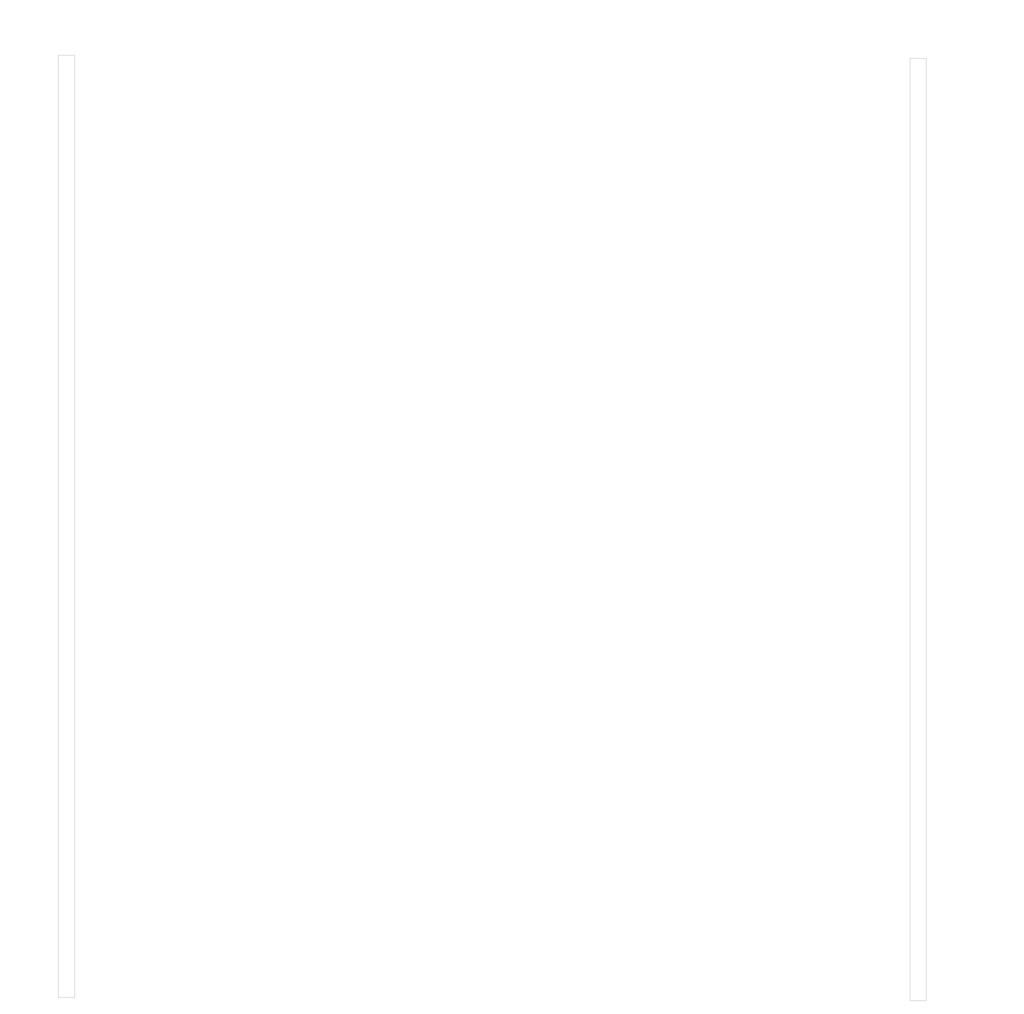
<source format=kicad_pcb>
(kicad_pcb (version 20171130) (host pcbnew "(5.1.5)-3")

  (general
    (thickness 1.6)
    (drawings 14)
    (tracks 0)
    (zones 0)
    (modules 0)
    (nets 1)
  )

  (page E)
  (title_block
    (title microRusEfi)
    (date 2020-05-01)
    (rev R0.5.1)
  )

  (layers
    (0 F.Cu signal)
    (31 B.Cu signal)
    (32 B.Adhes user)
    (33 F.Adhes user)
    (34 B.Paste user)
    (35 F.Paste user)
    (36 B.SilkS user)
    (37 F.SilkS user)
    (38 B.Mask user)
    (39 F.Mask user)
    (40 Dwgs.User user)
    (41 Cmts.User user)
    (42 Eco1.User user)
    (43 Eco2.User user)
    (44 Edge.Cuts user)
    (45 Margin user)
    (46 B.CrtYd user)
    (47 F.CrtYd user)
    (48 B.Fab user)
    (49 F.Fab user)
  )

  (setup
    (last_trace_width 0.2032)
    (user_trace_width 0.2032)
    (user_trace_width 0.2159)
    (user_trace_width 0.2159)
    (user_trace_width 0.3048)
    (user_trace_width 0.4064)
    (user_trace_width 0.55)
    (user_trace_width 0.6)
    (user_trace_width 1.0668)
    (user_trace_width 1.651)
    (user_trace_width 1.6764)
    (user_trace_width 2.7178)
    (trace_clearance 0.1524)
    (zone_clearance 0.2286)
    (zone_45_only no)
    (trace_min 0.2032)
    (via_size 0.6)
    (via_drill 0.3)
    (via_min_size 0.2)
    (via_min_drill 0.3)
    (user_via 0.6 0.3)
    (user_via 0.78994 0.43434)
    (user_via 1 0.5)
    (user_via 1.54178 1.18618)
    (uvia_size 0.508)
    (uvia_drill 0.127)
    (uvias_allowed no)
    (uvia_min_size 0.508)
    (uvia_min_drill 0.127)
    (edge_width 0.2)
    (segment_width 0.2)
    (pcb_text_width 0.3)
    (pcb_text_size 1.5 1.5)
    (mod_edge_width 0.25)
    (mod_text_size 0.75 0.75)
    (mod_text_width 0.13)
    (pad_size 2 3.8)
    (pad_drill 0)
    (pad_to_mask_clearance 0.000076)
    (aux_axis_origin 0 0)
    (visible_elements 7FFDB07F)
    (pcbplotparams
      (layerselection 0x010fc_ffffffff)
      (usegerberextensions false)
      (usegerberattributes true)
      (usegerberadvancedattributes false)
      (creategerberjobfile false)
      (excludeedgelayer false)
      (linewidth 0.100000)
      (plotframeref false)
      (viasonmask false)
      (mode 1)
      (useauxorigin true)
      (hpglpennumber 1)
      (hpglpenspeed 20)
      (hpglpendiameter 15.000000)
      (psnegative false)
      (psa4output false)
      (plotreference true)
      (plotvalue true)
      (plotinvisibletext false)
      (padsonsilk false)
      (subtractmaskfromsilk false)
      (outputformat 1)
      (mirror false)
      (drillshape 0)
      (scaleselection 1)
      (outputdirectory "gerbers/0.5.0/"))
  )

  (net 0 "")

  (net_class Default "This is the default net class."
    (clearance 0.1524)
    (trace_width 0.2032)
    (via_dia 0.6)
    (via_drill 0.3)
    (uvia_dia 0.508)
    (uvia_drill 0.127)
    (diff_pair_width 0.2032)
    (diff_pair_gap 0.25)
  )

  (net_class "1A EXTERNAL" ""
    (clearance 0.1905)
    (trace_width 0.3048)
    (via_dia 0.6858)
    (via_drill 0.3302)
    (uvia_dia 0.508)
    (uvia_drill 0.127)
    (diff_pair_width 0.2032)
    (diff_pair_gap 0.25)
  )

  (net_class "2.5A EXTERNAL" ""
    (clearance 0.1905)
    (trace_width 1.0668)
    (via_dia 0.6858)
    (via_drill 0.3302)
    (uvia_dia 0.508)
    (uvia_drill 0.127)
    (diff_pair_width 0.2032)
    (diff_pair_gap 0.25)
  )

  (net_class "3,5A EXT HIGH VOLTAGE" ""
    (clearance 1.016)
    (trace_width 1.6764)
    (via_dia 0.6858)
    (via_drill 0.3302)
    (uvia_dia 0.508)
    (uvia_drill 0.127)
    (diff_pair_width 0.2032)
    (diff_pair_gap 0.25)
  )

  (net_class "3.5A EXTERNAL" ""
    (clearance 0.1905)
    (trace_width 1.651)
    (via_dia 1.0922)
    (via_drill 0.6858)
    (uvia_dia 0.508)
    (uvia_drill 0.127)
    (diff_pair_width 0.2032)
    (diff_pair_gap 0.25)
  )

  (net_class "5A EXTERNAL" ""
    (clearance 0.2159)
    (trace_width 1.0668)
    (via_dia 1.54178)
    (via_drill 1.18618)
    (uvia_dia 0.508)
    (uvia_drill 0.127)
    (diff_pair_width 0.2032)
    (diff_pair_gap 0.25)
  )

  (net_class CUSTOM ""
    (clearance 0.1524)
    (trace_width 0.25)
    (via_dia 0.6)
    (via_drill 0.3)
    (uvia_dia 0.508)
    (uvia_drill 0.127)
    (diff_pair_width 0.2032)
    (diff_pair_gap 0.25)
  )

  (net_class "CUSTOM 0.6" ""
    (clearance 0.1524)
    (trace_width 0.6)
    (via_dia 1)
    (via_drill 0.4)
    (uvia_dia 0.508)
    (uvia_drill 0.127)
    (diff_pair_width 0.2032)
    (diff_pair_gap 0.25)
  )

  (net_class MIN_EXTERN_188A ""
    (clearance 0.1524)
    (trace_width 0.2032)
    (via_dia 0.6858)
    (via_drill 0.3302)
    (uvia_dia 0.508)
    (uvia_drill 0.127)
    (diff_pair_width 0.2032)
    (diff_pair_gap 0.25)
  )

  (net_class MIN_EXTERN_241A ""
    (clearance 0.1524)
    (trace_width 0.2159)
    (via_dia 0.6)
    (via_drill 0.3)
    (uvia_dia 0.508)
    (uvia_drill 0.127)
    (diff_pair_width 0.2032)
    (diff_pair_gap 0.25)
  )

  (gr_line (start 295 41) (end 295 331) (layer Edge.Cuts) (width 0.2) (tstamp 5EE04BDA))
  (gr_line (start 300 331) (end 300 41) (layer Edge.Cuts) (width 0.2) (tstamp 5EE04BD9))
  (gr_line (start 295 331) (end 300 331) (layer Edge.Cuts) (width 0.2) (tstamp 5EE04BD8))
  (gr_line (start 300 41) (end 295 41) (layer Edge.Cuts) (width 0.2) (tstamp 5EE04BD7))
  (gr_line (start 38 330) (end 38 40) (layer Edge.Cuts) (width 0.2) (tstamp 5EE04BCE))
  (gr_line (start 33 330) (end 38 330) (layer Edge.Cuts) (width 0.2))
  (gr_line (start 33 40) (end 33 330) (layer Edge.Cuts) (width 0.2))
  (gr_line (start 38 40) (end 33 40) (layer Edge.Cuts) (width 0.2))
  (dimension 100 (width 0.1) (layer Dwgs.User) (tstamp 5EE04BCA)
    (gr_text "100.000 mm" (at 80 23.75) (layer Dwgs.User) (tstamp 5EE04BCA)
      (effects (font (size 1 1) (thickness 0.15)))
    )
    (feature1 (pts (xy 130 35) (xy 130 24.413579)))
    (feature2 (pts (xy 30 35) (xy 30 24.413579)))
    (crossbar (pts (xy 30 25) (xy 130 25)))
    (arrow1a (pts (xy 130 25) (xy 128.873496 25.586421)))
    (arrow1b (pts (xy 130 25) (xy 128.873496 24.413579)))
    (arrow2a (pts (xy 30 25) (xy 31.126504 25.586421)))
    (arrow2b (pts (xy 30 25) (xy 31.126504 24.413579)))
  )
  (dimension 100 (width 0.1) (layer Dwgs.User) (tstamp 5EE04BC3)
    (gr_text "100.000 mm" (at 180 23.75) (layer Dwgs.User) (tstamp 5EE04BC3)
      (effects (font (size 1 1) (thickness 0.15)))
    )
    (feature1 (pts (xy 230 35) (xy 230 24.413579)))
    (feature2 (pts (xy 130 35) (xy 130 24.413579)))
    (crossbar (pts (xy 130 25) (xy 230 25)))
    (arrow1a (pts (xy 230 25) (xy 228.873496 25.586421)))
    (arrow1b (pts (xy 230 25) (xy 228.873496 24.413579)))
    (arrow2a (pts (xy 130 25) (xy 131.126504 25.586421)))
    (arrow2b (pts (xy 130 25) (xy 131.126504 24.413579)))
  )
  (dimension 100 (width 0.1) (layer Dwgs.User)
    (gr_text "100.000 mm" (at 18.750001 285 270) (layer Dwgs.User)
      (effects (font (size 1 1) (thickness 0.15)))
    )
    (feature1 (pts (xy 30 335) (xy 19.41358 335)))
    (feature2 (pts (xy 30 235) (xy 19.41358 235)))
    (crossbar (pts (xy 20.000001 235) (xy 20.000001 335)))
    (arrow1a (pts (xy 20.000001 335) (xy 19.41358 333.873496)))
    (arrow1b (pts (xy 20.000001 335) (xy 20.586422 333.873496)))
    (arrow2a (pts (xy 20.000001 235) (xy 19.41358 236.126504)))
    (arrow2b (pts (xy 20.000001 235) (xy 20.586422 236.126504)))
  )
  (dimension 100 (width 0.1) (layer Dwgs.User)
    (gr_text "100.000 mm" (at 18.750001 185 270) (layer Dwgs.User)
      (effects (font (size 1 1) (thickness 0.15)))
    )
    (feature1 (pts (xy 30 235) (xy 19.41358 235)))
    (feature2 (pts (xy 30 135) (xy 19.41358 135)))
    (crossbar (pts (xy 20.000001 135) (xy 20.000001 235)))
    (arrow1a (pts (xy 20.000001 235) (xy 19.41358 233.873496)))
    (arrow1b (pts (xy 20.000001 235) (xy 20.586422 233.873496)))
    (arrow2a (pts (xy 20.000001 135) (xy 19.41358 136.126504)))
    (arrow2b (pts (xy 20.000001 135) (xy 20.586422 136.126504)))
  )
  (dimension 100 (width 0.1) (layer Dwgs.User)
    (gr_text "100.000 mm" (at 18.75 85 270) (layer Dwgs.User)
      (effects (font (size 1 1) (thickness 0.15)))
    )
    (feature1 (pts (xy 30 135) (xy 19.413579 135)))
    (feature2 (pts (xy 30 35) (xy 19.413579 35)))
    (crossbar (pts (xy 20 35) (xy 20 135)))
    (arrow1a (pts (xy 20 135) (xy 19.413579 133.873496)))
    (arrow1b (pts (xy 20 135) (xy 20.586421 133.873496)))
    (arrow2a (pts (xy 20 35) (xy 19.413579 36.126504)))
    (arrow2b (pts (xy 20 35) (xy 20.586421 36.126504)))
  )
  (dimension 100 (width 0.1) (layer Dwgs.User)
    (gr_text "100.000 mm" (at 280 23.75) (layer Dwgs.User)
      (effects (font (size 1 1) (thickness 0.15)))
    )
    (feature1 (pts (xy 330 35) (xy 330 24.413579)))
    (feature2 (pts (xy 230 35) (xy 230 24.413579)))
    (crossbar (pts (xy 230 25) (xy 330 25)))
    (arrow1a (pts (xy 330 25) (xy 328.873496 25.586421)))
    (arrow1b (pts (xy 330 25) (xy 328.873496 24.413579)))
    (arrow2a (pts (xy 230 25) (xy 231.126504 25.586421)))
    (arrow2b (pts (xy 230 25) (xy 231.126504 24.413579)))
  )

)

</source>
